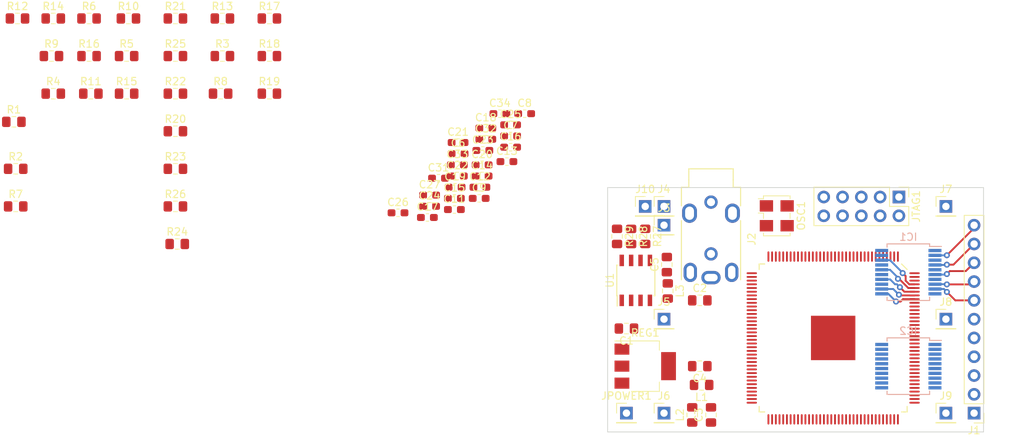
<source format=kicad_pcb>
(kicad_pcb (version 20171130) (host pcbnew "(5.0.0)")
  (layers (0 F.Cu signal) (31 B.Cu signal) (34 B.Paste user) (35 F.Paste user) (36 B.SilkS user) (37 F.SilkS user) (38 B.Mask user) (39 F.Mask user) (44 Edge.Cuts user))
  (net 0 "")
  (net 1 /3V3A)
  (net 2 GND)
  (net 3 /WR)
  (net 4 /IOREQ)
  (net 5 /CAS)
  (net 6 /D0)
  (net 7 /D1)
  (net 8 /D1_3V)
  (net 9 /D0_3V)
  (net 10 "Net-(IC1-Pad13)")
  (net 11 /CAS_3V)
  (net 12 "Net-(IC1-Pad15)")
  (net 13 /IOREQ_3V)
  (net 14 "Net-(IC1-Pad17)")
  (net 15 /WR_3V)
  (net 16 /D2_3V)
  (net 17 /D3_3V)
  (net 18 /D4_3V)
  (net 19 "Net-(IC2-Pad15)")
  (net 20 /D5_3V)
  (net 21 "Net-(IC2-Pad13)")
  (net 22 /D6_3V)
  (net 23 /D7_3V)
  (net 24 /D7)
  (net 25 /D6)
  (net 26 /D5)
  (net 27 /D4)
  (net 28 /D3)
  (net 29 /D2)
  (net 30 /PR)
  (net 31 /PB)
  (net 32 /SCANLINES)
  (net 33 /Y)
  (net 34 /3V3B)
  (net 35 /3V3C)
  (net 36 "Net-(U2-Pad3)")
  (net 37 "Net-(U2-Pad4)")
  (net 38 "Net-(U2-Pad5)")
  (net 39 "Net-(U2-Pad6)")
  (net 40 "Net-(U2-Pad7)")
  (net 41 "Net-(U2-Pad8)")
  (net 42 "Net-(U2-Pad9)")
  (net 43 "Net-(U2-Pad10)")
  (net 44 "Net-(R22-Pad1)")
  (net 45 "Net-(U2-Pad14)")
  (net 46 "Net-(JTAG1-Pad5)")
  (net 47 "Net-(JTAG1-Pad1)")
  (net 48 "Net-(JTAG1-Pad9)")
  (net 49 "Net-(JTAG1-Pad3)")
  (net 50 "Net-(U2-Pad19)")
  (net 51 "Net-(U2-Pad21)")
  (net 52 "Net-(U2-Pad23)")
  (net 53 "Net-(U2-Pad24)")
  (net 54 "Net-(OSC1-Pad3)")
  (net 55 "Net-(U2-Pad26)")
  (net 56 "Net-(U2-Pad27)")
  (net 57 "Net-(U2-Pad28)")
  (net 58 "Net-(U2-Pad33)")
  (net 59 "Net-(U2-Pad39)")
  (net 60 "Net-(U2-Pad40)")
  (net 61 "Net-(U2-Pad41)")
  (net 62 "Net-(U2-Pad42)")
  (net 63 "Net-(U2-Pad44)")
  (net 64 "Net-(R1-Pad1)")
  (net 65 "Net-(R2-Pad1)")
  (net 66 "Net-(R3-Pad1)")
  (net 67 "Net-(R4-Pad1)")
  (net 68 "Net-(R5-Pad1)")
  (net 69 "Net-(R6-Pad1)")
  (net 70 "Net-(R7-Pad1)")
  (net 71 "Net-(R8-Pad1)")
  (net 72 "Net-(U2-Pad54)")
  (net 73 "Net-(U2-Pad55)")
  (net 74 "Net-(R9-Pad1)")
  (net 75 "Net-(R10-Pad1)")
  (net 76 "Net-(R11-Pad1)")
  (net 77 "Net-(U2-Pad62)")
  (net 78 "Net-(R12-Pad1)")
  (net 79 "Net-(R13-Pad1)")
  (net 80 "Net-(R14-Pad1)")
  (net 81 "Net-(U2-Pad68)")
  (net 82 "Net-(R15-Pad1)")
  (net 83 "Net-(R16-Pad1)")
  (net 84 "Net-(U2-Pad74)")
  (net 85 "Net-(U2-Pad75)")
  (net 86 "Net-(U2-Pad76)")
  (net 87 "Net-(U2-Pad77)")
  (net 88 "Net-(U2-Pad81)")
  (net 89 "Net-(U2-Pad87)")
  (net 90 "Net-(U2-Pad88)")
  (net 91 "Net-(U2-Pad89)")
  (net 92 "Net-(U2-Pad90)")
  (net 93 "Net-(U2-Pad91)")
  (net 94 "Net-(U2-Pad92)")
  (net 95 "Net-(U2-Pad98)")
  (net 96 "Net-(U2-Pad100)")
  (net 97 "Net-(U2-Pad103)")
  (net 98 "Net-(R26-Pad2)")
  (net 99 "Net-(U2-Pad125)")
  (net 100 "Net-(U2-Pad126)")
  (net 101 "Net-(U2-Pad127)")
  (net 102 "Net-(U2-Pad128)")
  (net 103 "Net-(U2-Pad129)")
  (net 104 "Net-(U2-Pad130)")
  (net 105 "Net-(R25-Pad2)")
  (net 106 "Net-(U2-Pad134)")
  (net 107 "Net-(R24-Pad2)")
  (net 108 /3V3D)
  (net 109 +5V)
  (net 110 "Net-(JTAG1-Pad6)")
  (net 111 "Net-(JTAG1-Pad7)")
  (net 112 "Net-(JTAG1-Pad8)")
  (net 113 "Net-(R1-Pad2)")
  (net 114 "Net-(R10-Pad2)")
  (net 115 "Net-(R12-Pad2)")
  (net 116 "Net-(R27-Pad2)")
  (net 117 "Net-(R28-Pad2)")
  (net 118 "Net-(R29-Pad2)")
  (net 119 "Net-(U2-Pad105)")
  (net 120 "Net-(U2-Pad106)")
  (net 121 /LINEDOUBLE)
  (net 122 "Net-(U2-Pad78)")
  (net 123 "Net-(U2-Pad79)")
  (net 124 "Net-(U2-Pad80)")
  (net 125 "Net-(U2-Pad84)")
  (net 126 "Net-(U2-Pad85)")
  (net 127 "Net-(U2-Pad86)")
  (net 128 "Net-(U2-Pad94)")
  (net 129 "Net-(U2-Pad95)")
  (net 130 "Net-(U2-Pad97)")
  (net 131 "Net-(U2-Pad99)")
  (net 132 "Net-(U2-Pad101)")
  (module Package_SO:SSOP-20_5.3x7.2mm_P0.65mm (layer B.Cu) (at 218.44 105.41 180)
    (fp_text reference IC1 (at 0 4.75 180) (layer B.SilkS) (effects (justify mirror)))
    (fp_text value LVC245A)
    (pad 1 smd rect (at -3.6 2.925 180) (size 1.75 0.45) (layers B.Cu B.Paste B.Mask) (net 1 /3V3A))
    (pad 2 smd rect (at -3.6 2.275 180) (size 1.75 0.45) (layers B.Cu B.Paste B.Mask) (net 3 /WR))
    (pad 3 smd rect (at -3.6 1.625 180) (size 1.75 0.45) (layers B.Cu B.Paste B.Mask) (net 2 GND))
    (pad 4 smd rect (at -3.6 0.975 180) (size 1.75 0.45) (layers B.Cu B.Paste B.Mask) (net 4 /IOREQ))
    (pad 5 smd rect (at -3.6 0.325 180) (size 1.75 0.45) (layers B.Cu B.Paste B.Mask) (net 2 GND))
    (pad 6 smd rect (at -3.6 -0.325 180) (size 1.75 0.45) (layers B.Cu B.Paste B.Mask) (net 5 /CAS))
    (pad 7 smd rect (at -3.6 -0.975 180) (size 1.75 0.45) (layers B.Cu B.Paste B.Mask) (net 2 GND))
    (pad 8 smd rect (at -3.6 -1.625 180) (size 1.75 0.45) (layers B.Cu B.Paste B.Mask) (net 6 /D0))
    (pad 9 smd rect (at -3.6 -2.275 180) (size 1.75 0.45) (layers B.Cu B.Paste B.Mask) (net 7 /D1))
    (pad 10 smd rect (at -3.6 -2.925 180) (size 1.75 0.45) (layers B.Cu B.Paste B.Mask) (net 2 GND))
    (pad 11 smd rect (at 3.6 -2.925 180) (size 1.75 0.45) (layers B.Cu B.Paste B.Mask) (net 8 /D1_3V))
    (pad 12 smd rect (at 3.6 -2.275 180) (size 1.75 0.45) (layers B.Cu B.Paste B.Mask) (net 9 /D0_3V))
    (pad 13 smd rect (at 3.6 -1.625 180) (size 1.75 0.45) (layers B.Cu B.Paste B.Mask) (net 10 "Net-(IC1-Pad13)"))
    (pad 14 smd rect (at 3.6 -0.975 180) (size 1.75 0.45) (layers B.Cu B.Paste B.Mask) (net 11 /CAS_3V))
    (pad 15 smd rect (at 3.6 -0.325 180) (size 1.75 0.45) (layers B.Cu B.Paste B.Mask) (net 12 "Net-(IC1-Pad15)"))
    (pad 16 smd rect (at 3.6 0.325 180) (size 1.75 0.45) (layers B.Cu B.Paste B.Mask) (net 13 /IOREQ_3V))
    (pad 17 smd rect (at 3.6 0.975 180) (size 1.75 0.45) (layers B.Cu B.Paste B.Mask) (net 14 "Net-(IC1-Pad17)"))
    (pad 18 smd rect (at 3.6 1.625 180) (size 1.75 0.45) (layers B.Cu B.Paste B.Mask) (net 15 /WR_3V))
    (pad 19 smd rect (at 3.6 2.275 180) (size 1.75 0.45) (layers B.Cu B.Paste B.Mask) (net 2 GND))
    (pad 20 smd rect (at 3.6 2.925 180) (size 1.75 0.45) (layers B.Cu B.Paste B.Mask) (net 1 /3V3A))
  )
  (module Package_SO:SSOP-20_5.3x7.2mm_P0.65mm (layer B.Cu) (at 218.44 118.11 180)
    (fp_text reference IC2 (at 0 4.75 180) (layer B.SilkS) (effects (justify mirror)))
    (fp_text value LVC245A)
    (pad 20 smd rect (at 3.6 2.925 180) (size 1.75 0.45) (layers B.Cu B.Paste B.Mask) (net 1 /3V3A))
    (pad 19 smd rect (at 3.6 2.275 180) (size 1.75 0.45) (layers B.Cu B.Paste B.Mask) (net 2 GND))
    (pad 18 smd rect (at 3.6 1.625 180) (size 1.75 0.45) (layers B.Cu B.Paste B.Mask) (net 16 /D2_3V))
    (pad 17 smd rect (at 3.6 0.975 180) (size 1.75 0.45) (layers B.Cu B.Paste B.Mask) (net 17 /D3_3V))
    (pad 16 smd rect (at 3.6 0.325 180) (size 1.75 0.45) (layers B.Cu B.Paste B.Mask) (net 18 /D4_3V))
    (pad 15 smd rect (at 3.6 -0.325 180) (size 1.75 0.45) (layers B.Cu B.Paste B.Mask) (net 19 "Net-(IC2-Pad15)"))
    (pad 14 smd rect (at 3.6 -0.975 180) (size 1.75 0.45) (layers B.Cu B.Paste B.Mask) (net 20 /D5_3V))
    (pad 13 smd rect (at 3.6 -1.625 180) (size 1.75 0.45) (layers B.Cu B.Paste B.Mask) (net 21 "Net-(IC2-Pad13)"))
    (pad 12 smd rect (at 3.6 -2.275 180) (size 1.75 0.45) (layers B.Cu B.Paste B.Mask) (net 22 /D6_3V))
    (pad 11 smd rect (at 3.6 -2.925 180) (size 1.75 0.45) (layers B.Cu B.Paste B.Mask) (net 23 /D7_3V))
    (pad 10 smd rect (at -3.6 -2.925 180) (size 1.75 0.45) (layers B.Cu B.Paste B.Mask) (net 2 GND))
    (pad 9 smd rect (at -3.6 -2.275 180) (size 1.75 0.45) (layers B.Cu B.Paste B.Mask) (net 24 /D7))
    (pad 8 smd rect (at -3.6 -1.625 180) (size 1.75 0.45) (layers B.Cu B.Paste B.Mask) (net 25 /D6))
    (pad 7 smd rect (at -3.6 -0.975 180) (size 1.75 0.45) (layers B.Cu B.Paste B.Mask) (net 2 GND))
    (pad 6 smd rect (at -3.6 -0.325 180) (size 1.75 0.45) (layers B.Cu B.Paste B.Mask) (net 26 /D5))
    (pad 5 smd rect (at -3.6 0.325 180) (size 1.75 0.45) (layers B.Cu B.Paste B.Mask) (net 2 GND))
    (pad 4 smd rect (at -3.6 0.975 180) (size 1.75 0.45) (layers B.Cu B.Paste B.Mask) (net 27 /D4))
    (pad 3 smd rect (at -3.6 1.625 180) (size 1.75 0.45) (layers B.Cu B.Paste B.Mask) (net 28 /D3))
    (pad 2 smd rect (at -3.6 2.275 180) (size 1.75 0.45) (layers B.Cu B.Paste B.Mask) (net 29 /D2))
    (pad 1 smd rect (at -3.6 2.925 180) (size 1.75 0.45) (layers B.Cu B.Paste B.Mask) (net 1 /3V3A))
  )
  (module Connector_PinHeader_2.54mm:PinHeader_1x11_P2.54mm_Vertical (layer F.Cu) (at 227.33 124.46 180)
    (fp_text reference J1 (at 0 -2.33 180) (layer F.SilkS))
    (fp_text value Conn_01x11_Male)
    (pad 1 thru_hole rect (at 0 0 180) (size 1.7 1.7) (drill 1) (layers *.Cu *.Mask) (net 24 /D7))
    (pad 2 thru_hole oval (at 0 2.54 180) (size 1.7 1.7) (drill 1) (layers *.Cu *.Mask) (net 25 /D6))
    (pad 3 thru_hole oval (at 0 5.08 180) (size 1.7 1.7) (drill 1) (layers *.Cu *.Mask) (net 26 /D5))
    (pad 4 thru_hole oval (at 0 7.62 180) (size 1.7 1.7) (drill 1) (layers *.Cu *.Mask) (net 27 /D4))
    (pad 5 thru_hole oval (at 0 10.16 180) (size 1.7 1.7) (drill 1) (layers *.Cu *.Mask) (net 28 /D3))
    (pad 6 thru_hole oval (at 0 12.7 180) (size 1.7 1.7) (drill 1) (layers *.Cu *.Mask) (net 29 /D2))
    (pad 7 thru_hole oval (at 0 15.24 180) (size 1.7 1.7) (drill 1) (layers *.Cu *.Mask) (net 7 /D1))
    (pad 8 thru_hole oval (at 0 17.78 180) (size 1.7 1.7) (drill 1) (layers *.Cu *.Mask) (net 6 /D0))
    (pad 9 thru_hole oval (at 0 20.32 180) (size 1.7 1.7) (drill 1) (layers *.Cu *.Mask) (net 5 /CAS))
    (pad 10 thru_hole oval (at 0 22.86 180) (size 1.7 1.7) (drill 1) (layers *.Cu *.Mask) (net 4 /IOREQ))
    (pad 11 thru_hole oval (at 0 25.4 180) (size 1.7 1.7) (drill 1) (layers *.Cu *.Mask) (net 3 /WR))
  )
  (module "footprints:Conrad 4pin audio jack" (layer F.Cu) (at 191.77 91.44 270)
    (fp_text reference J2 (at 9.5 -5.5 270) (layer F.SilkS))
    (fp_text value AudioJack4_Ground)
    (pad "" thru_hole circle (at 4.5 0 270) (size 1.8 1.8) (drill 1.1) (layers *.Cu *.Mask))
    (pad "" thru_hole circle (at 11.5 0 270) (size 1.8 1.8) (drill 1.1) (layers *.Cu *.Mask))
    (pad S thru_hole oval (at 14.7 0 270) (size 1.8 2.6) (drill oval 1 1.8) (layers *.Cu *.Mask) (net 2 GND))
    (pad R2 thru_hole oval (at 14 -2.8 270) (size 2.6 1.8) (drill oval 1.8 1) (layers *.Cu *.Mask) (net 30 /PR))
    (pad R1 thru_hole oval (at 14 2.8 270) (size 2.6 1.8) (drill oval 1.8 1) (layers *.Cu *.Mask) (net 31 /PB))
    (pad T thru_hole oval (at 6 2.9 270) (size 2.6 2) (drill oval 1.8 1.2) (layers *.Cu *.Mask) (net 33 /Y))
    (pad T thru_hole oval (at 6 -2.9 270) (size 2.6 2) (drill oval 1.8 1.2) (layers *.Cu *.Mask) (net 33 /Y))
  )
  (module Connector_PinHeader_2.54mm:PinHeader_1x01_P2.54mm_Vertical (layer F.Cu) (at 185.42 111.76)
    (fp_text reference J5 (at 0 -2.33) (layer F.SilkS))
    (fp_text value Conn_01x01_Male)
    (pad 1 thru_hole rect (at 0 0) (size 1.7 1.7) (drill 1) (layers *.Cu *.Mask) (net 2 GND))
  )
  (module Connector_PinHeader_2.54mm:PinHeader_1x01_P2.54mm_Vertical (layer F.Cu) (at 185.42 124.46)
    (fp_text reference J6 (at 0 -2.33) (layer F.SilkS))
    (fp_text value Conn_01x01_Male)
    (pad 1 thru_hole rect (at 0 0) (size 1.7 1.7) (drill 1) (layers *.Cu *.Mask) (net 2 GND))
  )
  (module Connector_PinHeader_2.54mm:PinHeader_1x01_P2.54mm_Vertical (layer F.Cu) (at 223.52 111.76)
    (fp_text reference J8 (at 0 -2.33) (layer F.SilkS))
    (fp_text value Conn_01x01_Male)
    (pad 1 thru_hole rect (at 0 0) (size 1.7 1.7) (drill 1) (layers *.Cu *.Mask) (net 2 GND))
  )
  (module Connector_PinHeader_2.54mm:PinHeader_1x01_P2.54mm_Vertical (layer F.Cu) (at 223.52 124.46)
    (fp_text reference J9 (at 0 -2.33) (layer F.SilkS))
    (fp_text value Conn_01x01_Male)
    (pad 1 thru_hole rect (at 0 0) (size 1.7 1.7) (drill 1) (layers *.Cu *.Mask) (net 2 GND))
  )
  (module Connector_PinHeader_2.54mm:PinHeader_1x01_P2.54mm_Vertical (layer F.Cu) (at 180.34 124.46)
    (fp_text reference JPOWER1 (at 0 -2.33) (layer F.SilkS))
    (fp_text value Conn_01x01_Male)
    (pad 1 thru_hole rect (at 0 0) (size 1.7 1.7) (drill 1) (layers *.Cu *.Mask) (net 109 +5V))
  )
  (module Connector_PinHeader_2.54mm:PinHeader_2x05_P2.54mm_Vertical (layer F.Cu) (at 217.17 95.25 270)
    (fp_text reference JTAG1 (at 1.27 -2.33 270) (layer F.SilkS))
    (fp_text value CONN_02X05)
    (pad 1 thru_hole rect (at 0 0 270) (size 1.7 1.7) (drill 1) (layers *.Cu *.Mask) (net 47 "Net-(JTAG1-Pad1)"))
    (pad 2 thru_hole oval (at 2.54 0 270) (size 1.7 1.7) (drill 1) (layers *.Cu *.Mask) (net 2 GND))
    (pad 3 thru_hole oval (at 0 2.54 270) (size 1.7 1.7) (drill 1) (layers *.Cu *.Mask) (net 49 "Net-(JTAG1-Pad3)"))
    (pad 4 thru_hole oval (at 2.54 2.54 270) (size 1.7 1.7) (drill 1) (layers *.Cu *.Mask) (net 1 /3V3A))
    (pad 5 thru_hole oval (at 0 5.08 270) (size 1.7 1.7) (drill 1) (layers *.Cu *.Mask) (net 46 "Net-(JTAG1-Pad5)"))
    (pad 6 thru_hole oval (at 2.54 5.08 270) (size 1.7 1.7) (drill 1) (layers *.Cu *.Mask) (net 110 "Net-(JTAG1-Pad6)"))
    (pad 7 thru_hole oval (at 0 7.62 270) (size 1.7 1.7) (drill 1) (layers *.Cu *.Mask) (net 111 "Net-(JTAG1-Pad7)"))
    (pad 8 thru_hole oval (at 2.54 7.62 270) (size 1.7 1.7) (drill 1) (layers *.Cu *.Mask) (net 112 "Net-(JTAG1-Pad8)"))
    (pad 9 thru_hole oval (at 0 10.16 270) (size 1.7 1.7) (drill 1) (layers *.Cu *.Mask) (net 48 "Net-(JTAG1-Pad9)"))
    (pad 10 thru_hole oval (at 2.54 10.16 270) (size 1.7 1.7) (drill 1) (layers *.Cu *.Mask) (net 2 GND))
  )
  (module Package_TO_SOT_SMD:SOT-223 (layer F.Cu) (at 182.88 118.11)
    (fp_text reference REG1 (at 0 -4.5) (layer F.SilkS))
    (fp_text value LM1117IMPX-3.3)
    (pad 4 smd rect (at 3.15 0) (size 2 3.8) (layers F.Cu F.Paste F.Mask) (net 1 /3V3A))
    (pad 2 smd rect (at -3.15 0) (size 2 1.5) (layers F.Cu F.Paste F.Mask) (net 1 /3V3A))
    (pad 3 smd rect (at -3.15 2.3) (size 2 1.5) (layers F.Cu F.Paste F.Mask) (net 109 +5V))
    (pad 1 smd rect (at -3.15 -2.3) (size 2 1.5) (layers F.Cu F.Paste F.Mask) (net 2 GND))
  )
  (module Package_SO:SOIC-8_3.9x4.9mm_P1.27mm (layer F.Cu) (at 181.61 106.52 90)
    (fp_text reference U1 (at 0 -3.5 90) (layer F.SilkS))
    (fp_text value THS7316)
    (pad 1 smd rect (at -2.7 -1.905 90) (size 1.55 0.6) (layers F.Cu F.Paste F.Mask) (net 113 "Net-(R1-Pad2)"))
    (pad 2 smd rect (at -2.7 -0.635 90) (size 1.55 0.6) (layers F.Cu F.Paste F.Mask) (net 114 "Net-(R10-Pad2)"))
    (pad 3 smd rect (at -2.7 0.635 90) (size 1.55 0.6) (layers F.Cu F.Paste F.Mask) (net 115 "Net-(R12-Pad2)"))
    (pad 4 smd rect (at -2.7 1.905 90) (size 1.55 0.6) (layers F.Cu F.Paste F.Mask) (net 108 /3V3D))
    (pad 5 smd rect (at 2.7 1.905 90) (size 1.55 0.6) (layers F.Cu F.Paste F.Mask) (net 2 GND))
    (pad 6 smd rect (at 2.7 0.635 90) (size 1.55 0.6) (layers F.Cu F.Paste F.Mask) (net 116 "Net-(R27-Pad2)"))
    (pad 7 smd rect (at 2.7 -0.635 90) (size 1.55 0.6) (layers F.Cu F.Paste F.Mask) (net 117 "Net-(R28-Pad2)"))
    (pad 8 smd rect (at 2.7 -1.905 90) (size 1.55 0.6) (layers F.Cu F.Paste F.Mask) (net 118 "Net-(R29-Pad2)"))
  )
  (module footprints:QFP_144_GND (layer F.Cu) (at 208.28 114.3 270)
    (fp_text reference U2 hide)
    (fp_text value 10M02SCE144 hide)
    (pad 1 smd oval (at -11 -8.75) (size 0.25 1.4) (layers F.Cu F.Paste F.Mask) (net 34 /3V3B))
    (pad 2 smd oval (at -11 -8.25) (size 0.25 1.4) (layers F.Cu F.Paste F.Mask) (net 35 /3V3C))
    (pad 3 smd oval (at -11 -7.75) (size 0.25 1.4) (layers F.Cu F.Paste F.Mask) (net 36 "Net-(U2-Pad3)"))
    (pad 4 smd oval (at -11 -7.25) (size 0.25 1.4) (layers F.Cu F.Paste F.Mask) (net 37 "Net-(U2-Pad4)"))
    (pad 5 smd oval (at -11 -6.75) (size 0.25 1.4) (layers F.Cu F.Paste F.Mask) (net 38 "Net-(U2-Pad5)"))
    (pad 6 smd oval (at -11 -6.25) (size 0.25 1.4) (layers F.Cu F.Paste F.Mask) (net 39 "Net-(U2-Pad6)"))
    (pad 7 smd oval (at -11 -5.75) (size 0.25 1.4) (layers F.Cu F.Paste F.Mask) (net 40 "Net-(U2-Pad7)"))
    (pad 8 smd oval (at -11 -5.25) (size 0.25 1.4) (layers F.Cu F.Paste F.Mask) (net 41 "Net-(U2-Pad8)"))
    (pad 9 smd oval (at -11 -4.75) (size 0.25 1.4) (layers F.Cu F.Paste F.Mask) (net 42 "Net-(U2-Pad9)"))
    (pad 10 smd oval (at -11 -4.25) (size 0.25 1.4) (layers F.Cu F.Paste F.Mask) (net 43 "Net-(U2-Pad10)"))
    (pad 11 smd oval (at -11 -3.75) (size 0.25 1.4) (layers F.Cu F.Paste F.Mask) (net 2 GND))
    (pad 12 smd oval (at -11 -3.25) (size 0.25 1.4) (layers F.Cu F.Paste F.Mask) (net 34 /3V3B))
    (pad 13 smd oval (at -11 -2.75) (size 0.25 1.4) (layers F.Cu F.Paste F.Mask) (net 44 "Net-(R22-Pad1)"))
    (pad 14 smd oval (at -11 -2.25) (size 0.25 1.4) (layers F.Cu F.Paste F.Mask) (net 45 "Net-(U2-Pad14)"))
    (pad 15 smd oval (at -11 -1.75) (size 0.25 1.4) (layers F.Cu F.Paste F.Mask) (net 46 "Net-(JTAG1-Pad5)"))
    (pad 16 smd oval (at -11 -1.25) (size 0.25 1.4) (layers F.Cu F.Paste F.Mask) (net 47 "Net-(JTAG1-Pad1)"))
    (pad 17 smd oval (at -11 -0.75) (size 0.25 1.4) (layers F.Cu F.Paste F.Mask) (net 48 "Net-(JTAG1-Pad9)"))
    (pad 18 smd oval (at -11 -0.25) (size 0.25 1.4) (layers F.Cu F.Paste F.Mask) (net 49 "Net-(JTAG1-Pad3)"))
    (pad 19 smd oval (at -11 0.25) (size 0.25 1.4) (layers F.Cu F.Paste F.Mask) (net 50 "Net-(U2-Pad19)"))
    (pad 20 smd oval (at -11 0.75) (size 0.25 1.4) (layers F.Cu F.Paste F.Mask) (net 2 GND))
    (pad 21 smd oval (at -11 1.25) (size 0.25 1.4) (layers F.Cu F.Paste F.Mask) (net 51 "Net-(U2-Pad21)"))
    (pad 22 smd oval (at -11 1.75) (size 0.25 1.4) (layers F.Cu F.Paste F.Mask) (net 34 /3V3B))
    (pad 23 smd oval (at -11 2.25) (size 0.25 1.4) (layers F.Cu F.Paste F.Mask) (net 52 "Net-(U2-Pad23)"))
    (pad 24 smd oval (at -11 2.75) (size 0.25 1.4) (layers F.Cu F.Paste F.Mask) (net 53 "Net-(U2-Pad24)"))
    (pad 25 smd oval (at -11 3.25) (size 0.25 1.4) (layers F.Cu F.Paste F.Mask) (net 54 "Net-(OSC1-Pad3)"))
    (pad 26 smd oval (at -11 3.75) (size 0.25 1.4) (layers F.Cu F.Paste F.Mask) (net 55 "Net-(U2-Pad26)"))
    (pad 27 smd oval (at -11 4.25) (size 0.25 1.4) (layers F.Cu F.Paste F.Mask) (net 56 "Net-(U2-Pad27)"))
    (pad 28 smd oval (at -11 4.75) (size 0.25 1.4) (layers F.Cu F.Paste F.Mask) (net 57 "Net-(U2-Pad28)"))
    (pad 29 smd oval (at -11 5.25) (size 0.25 1.4) (layers F.Cu F.Paste F.Mask) (net 34 /3V3B))
    (pad 30 smd oval (at -11 5.75) (size 0.25 1.4) (layers F.Cu F.Paste F.Mask) (net 2 GND))
    (pad 31 smd oval (at -11 6.25) (size 0.25 1.4) (layers F.Cu F.Paste F.Mask) (net 121 /LINEDOUBLE))
    (pad 32 smd oval (at -11 6.75) (size 0.25 1.4) (layers F.Cu F.Paste F.Mask) (net 32 /SCANLINES))
    (pad 33 smd oval (at -11 7.25) (size 0.25 1.4) (layers F.Cu F.Paste F.Mask) (net 58 "Net-(U2-Pad33)"))
    (pad 34 smd oval (at -11 7.75) (size 0.25 1.4) (layers F.Cu F.Paste F.Mask) (net 35 /3V3C))
    (pad 35 smd oval (at -11 8.25) (size 0.25 1.4) (layers F.Cu F.Paste F.Mask) (net 35 /3V3C))
    (pad 36 smd oval (at -11 8.75) (size 0.25 1.4) (layers F.Cu F.Paste F.Mask) (net 34 /3V3B))
    (pad 37 smd oval (at -8.75 11 270) (size 0.25 1.4) (layers F.Cu F.Paste F.Mask) (net 34 /3V3B))
    (pad 38 smd oval (at -8.25 11 270) (size 0.25 1.4) (layers F.Cu F.Paste F.Mask) (net 2 GND))
    (pad 39 smd oval (at -7.75 11 270) (size 0.25 1.4) (layers F.Cu F.Paste F.Mask) (net 59 "Net-(U2-Pad39)"))
    (pad 40 smd oval (at -7.25 11 270) (size 0.25 1.4) (layers F.Cu F.Paste F.Mask) (net 60 "Net-(U2-Pad40)"))
    (pad 41 smd oval (at -6.75 11 270) (size 0.25 1.4) (layers F.Cu F.Paste F.Mask) (net 61 "Net-(U2-Pad41)"))
    (pad 42 smd oval (at -6.25 11 270) (size 0.25 1.4) (layers F.Cu F.Paste F.Mask) (net 62 "Net-(U2-Pad42)"))
    (pad 43 smd oval (at -5.75 11 270) (size 0.25 1.4) (layers F.Cu F.Paste F.Mask) (net 34 /3V3B))
    (pad 44 smd oval (at -5.25 11 270) (size 0.25 1.4) (layers F.Cu F.Paste F.Mask) (net 63 "Net-(U2-Pad44)"))
    (pad 45 smd oval (at -4.75 11 270) (size 0.25 1.4) (layers F.Cu F.Paste F.Mask) (net 2 GND))
    (pad 46 smd oval (at -4.25 11 270) (size 0.25 1.4) (layers F.Cu F.Paste F.Mask) (net 64 "Net-(R1-Pad1)"))
    (pad 47 smd oval (at -3.75 11 270) (size 0.25 1.4) (layers F.Cu F.Paste F.Mask) (net 65 "Net-(R2-Pad1)"))
    (pad 48 smd oval (at -3.25 11 270) (size 0.25 1.4) (layers F.Cu F.Paste F.Mask) (net 66 "Net-(R3-Pad1)"))
    (pad 49 smd oval (at -2.75 11 270) (size 0.25 1.4) (layers F.Cu F.Paste F.Mask) (net 67 "Net-(R4-Pad1)"))
    (pad 50 smd oval (at -2.25 11 270) (size 0.25 1.4) (layers F.Cu F.Paste F.Mask) (net 68 "Net-(R5-Pad1)"))
    (pad 51 smd oval (at -1.75 11 270) (size 0.25 1.4) (layers F.Cu F.Paste F.Mask) (net 69 "Net-(R6-Pad1)"))
    (pad 52 smd oval (at -1.25 11 270) (size 0.25 1.4) (layers F.Cu F.Paste F.Mask) (net 70 "Net-(R7-Pad1)"))
    (pad 53 smd oval (at -0.75 11 270) (size 0.25 1.4) (layers F.Cu F.Paste F.Mask) (net 71 "Net-(R8-Pad1)"))
    (pad 54 smd oval (at -0.25 11 270) (size 0.25 1.4) (layers F.Cu F.Paste F.Mask) (net 72 "Net-(U2-Pad54)"))
    (pad 55 smd oval (at 0.25 11 270) (size 0.25 1.4) (layers F.Cu F.Paste F.Mask) (net 73 "Net-(U2-Pad55)"))
    (pad 56 smd oval (at 0.75 11 270) (size 0.25 1.4) (layers F.Cu F.Paste F.Mask) (net 34 /3V3B))
    (pad 57 smd oval (at 1.25 11 270) (size 0.25 1.4) (layers F.Cu F.Paste F.Mask) (net 2 GND))
    (pad 58 smd oval (at 1.75 11 270) (size 0.25 1.4) (layers F.Cu F.Paste F.Mask) (net 34 /3V3B))
    (pad 59 smd oval (at 2.25 11 270) (size 0.25 1.4) (layers F.Cu F.Paste F.Mask) (net 74 "Net-(R9-Pad1)"))
    (pad 60 smd oval (at 2.75 11 270) (size 0.25 1.4) (layers F.Cu F.Paste F.Mask) (net 75 "Net-(R10-Pad1)"))
    (pad 61 smd oval (at 3.25 11 270) (size 0.25 1.4) (layers F.Cu F.Paste F.Mask) (net 76 "Net-(R11-Pad1)"))
    (pad 62 smd oval (at 3.75 11 270) (size 0.25 1.4) (layers F.Cu F.Paste F.Mask) (net 77 "Net-(U2-Pad62)"))
    (pad 63 smd oval (at 4.25 11 270) (size 0.25 1.4) (layers F.Cu F.Paste F.Mask) (net 78 "Net-(R12-Pad1)"))
    (pad 64 smd oval (at 4.75 11 270) (size 0.25 1.4) (layers F.Cu F.Paste F.Mask) (net 34 /3V3B))
    (pad 65 smd oval (at 5.25 11 270) (size 0.25 1.4) (layers F.Cu F.Paste F.Mask) (net 79 "Net-(R13-Pad1)"))
    (pad 66 smd oval (at 5.75 11 270) (size 0.25 1.4) (layers F.Cu F.Paste F.Mask) (net 2 GND))
    (pad 67 smd oval (at 6.25 11 270) (size 0.25 1.4) (layers F.Cu F.Paste F.Mask) (net 80 "Net-(R14-Pad1)"))
    (pad 68 smd oval (at 6.75 11 270) (size 0.25 1.4) (layers F.Cu F.Paste F.Mask) (net 81 "Net-(U2-Pad68)"))
    (pad 69 smd oval (at 7.25 11 270) (size 0.25 1.4) (layers F.Cu F.Paste F.Mask) (net 82 "Net-(R15-Pad1)"))
    (pad 70 smd oval (at 7.75 11 270) (size 0.25 1.4) (layers F.Cu F.Paste F.Mask) (net 83 "Net-(R16-Pad1)"))
    (pad 71 smd oval (at 8.25 11 270) (size 0.25 1.4) (layers F.Cu F.Paste F.Mask) (net 35 /3V3C))
    (pad 72 smd oval (at 8.75 11 270) (size 0.25 1.4) (layers F.Cu F.Paste F.Mask) (net 34 /3V3B))
    (pad 73 smd oval (at 11 8.75) (size 0.25 1.4) (layers F.Cu F.Paste F.Mask) (net 34 /3V3B))
    (pad 74 smd oval (at 11 8.25) (size 0.25 1.4) (layers F.Cu F.Paste F.Mask) (net 84 "Net-(U2-Pad74)"))
    (pad 75 smd oval (at 11 7.75) (size 0.25 1.4) (layers F.Cu F.Paste F.Mask) (net 85 "Net-(U2-Pad75)"))
    (pad 76 smd oval (at 11 7.25) (size 0.25 1.4) (layers F.Cu F.Paste F.Mask) (net 86 "Net-(U2-Pad76)"))
    (pad 77 smd oval (at 11 6.75) (size 0.25 1.4) (layers F.Cu F.Paste F.Mask) (net 87 "Net-(U2-Pad77)"))
    (pad 78 smd oval (at 11 6.25) (size 0.25 1.4) (layers F.Cu F.Paste F.Mask) (net 122 "Net-(U2-Pad78)"))
    (pad 79 smd oval (at 11 5.75) (size 0.25 1.4) (layers F.Cu F.Paste F.Mask) (net 123 "Net-(U2-Pad79)"))
    (pad 80 smd oval (at 11 5.25) (size 0.25 1.4) (layers F.Cu F.Paste F.Mask) (net 124 "Net-(U2-Pad80)"))
    (pad 81 smd oval (at 11 4.75) (size 0.25 1.4) (layers F.Cu F.Paste F.Mask) (net 88 "Net-(U2-Pad81)"))
    (pad 82 smd oval (at 11 4.25) (size 0.25 1.4) (layers F.Cu F.Paste F.Mask) (net 34 /3V3B))
    (pad 83 smd oval (at 11 3.75) (size 0.25 1.4) (layers F.Cu F.Paste F.Mask) (net 2 GND))
    (pad 84 smd oval (at 11 3.25) (size 0.25 1.4) (layers F.Cu F.Paste F.Mask) (net 125 "Net-(U2-Pad84)"))
    (pad 85 smd oval (at 11 2.75) (size 0.25 1.4) (layers F.Cu F.Paste F.Mask) (net 126 "Net-(U2-Pad85)"))
    (pad 86 smd oval (at 11 2.25) (size 0.25 1.4) (layers F.Cu F.Paste F.Mask) (net 127 "Net-(U2-Pad86)"))
    (pad 87 smd oval (at 11 1.75) (size 0.25 1.4) (layers F.Cu F.Paste F.Mask) (net 89 "Net-(U2-Pad87)"))
    (pad 88 smd oval (at 11 1.25) (size 0.25 1.4) (layers F.Cu F.Paste F.Mask) (net 90 "Net-(U2-Pad88)"))
    (pad 89 smd oval (at 11 0.75) (size 0.25 1.4) (layers F.Cu F.Paste F.Mask) (net 91 "Net-(U2-Pad89)"))
    (pad 90 smd oval (at 11 0.25) (size 0.25 1.4) (layers F.Cu F.Paste F.Mask) (net 92 "Net-(U2-Pad90)"))
    (pad 91 smd oval (at 11 -0.25) (size 0.25 1.4) (layers F.Cu F.Paste F.Mask) (net 93 "Net-(U2-Pad91)"))
    (pad 92 smd oval (at 11 -0.75) (size 0.25 1.4) (layers F.Cu F.Paste F.Mask) (net 94 "Net-(U2-Pad92)"))
    (pad 93 smd oval (at 11 -1.25) (size 0.25 1.4) (layers F.Cu F.Paste F.Mask) (net 34 /3V3B))
    (pad 94 smd oval (at 11 -1.75) (size 0.25 1.4) (layers F.Cu F.Paste F.Mask) (net 128 "Net-(U2-Pad94)"))
    (pad 95 smd oval (at 11 -2.25) (size 0.25 1.4) (layers F.Cu F.Paste F.Mask) (net 129 "Net-(U2-Pad95)"))
    (pad 96 smd oval (at 11 -2.75) (size 0.25 1.4) (layers F.Cu F.Paste F.Mask) (net 2 GND))
    (pad 97 smd oval (at 11 -3.25) (size 0.25 1.4) (layers F.Cu F.Paste F.Mask) (net 130 "Net-(U2-Pad97)"))
    (pad 98 smd oval (at 11 -3.75) (size 0.25 1.4) (layers F.Cu F.Paste F.Mask) (net 95 "Net-(U2-Pad98)"))
    (pad 99 smd oval (at 11 -4.25) (size 0.25 1.4) (layers F.Cu F.Paste F.Mask) (net 131 "Net-(U2-Pad99)"))
    (pad 100 smd oval (at 11 -4.75) (size 0.25 1.4) (layers F.Cu F.Paste F.Mask) (net 96 "Net-(U2-Pad100)"))
    (pad 101 smd oval (at 11 -5.25) (size 0.25 1.4) (layers F.Cu F.Paste F.Mask) (net 132 "Net-(U2-Pad101)"))
    (pad 102 smd oval (at 11 -5.75) (size 0.25 1.4) (layers F.Cu F.Paste F.Mask) (net 34 /3V3B))
    (pad 103 smd oval (at 11 -6.25) (size 0.25 1.4) (layers F.Cu F.Paste F.Mask) (net 97 "Net-(U2-Pad103)"))
    (pad 104 smd oval (at 11 -6.75) (size 0.25 1.4) (layers F.Cu F.Paste F.Mask) (net 2 GND))
    (pad 105 smd oval (at 11 -7.25) (size 0.25 1.4) (layers F.Cu F.Paste F.Mask) (net 119 "Net-(U2-Pad105)"))
    (pad 106 smd oval (at 11 -7.75) (size 0.25 1.4) (layers F.Cu F.Paste F.Mask) (net 120 "Net-(U2-Pad106)"))
    (pad 107 smd oval (at 11 -8.25) (size 0.25 1.4) (layers F.Cu F.Paste F.Mask) (net 35 /3V3C))
    (pad 108 smd oval (at 11 -8.75) (size 0.25 1.4) (layers F.Cu F.Paste F.Mask) (net 34 /3V3B))
    (pad 109 smd oval (at 8.75 -11 270) (size 0.25 1.4) (layers F.Cu F.Paste F.Mask) (net 34 /3V3B))
    (pad 110 smd oval (at 8.25 -11 270) (size 0.25 1.4) (layers F.Cu F.Paste F.Mask) (net 2 GND))
    (pad 111 smd oval (at 7.75 -11 270) (size 0.25 1.4) (layers F.Cu F.Paste F.Mask) (net 34 /3V3B))
    (pad 112 smd oval (at 7.25 -11 270) (size 0.25 1.4) (layers F.Cu F.Paste F.Mask) (net 23 /D7_3V))
    (pad 113 smd oval (at 6.75 -11 270) (size 0.25 1.4) (layers F.Cu F.Paste F.Mask) (net 34 /3V3B))
    (pad 114 smd oval (at 6.25 -11 270) (size 0.25 1.4) (layers F.Cu F.Paste F.Mask) (net 22 /D6_3V))
    (pad 115 smd oval (at 5.75 -11 270) (size 0.25 1.4) (layers F.Cu F.Paste F.Mask) (net 34 /3V3B))
    (pad 116 smd oval (at 5.25 -11 270) (size 0.25 1.4) (layers F.Cu F.Paste F.Mask) (net 20 /D5_3V))
    (pad 117 smd oval (at 4.75 -11 270) (size 0.25 1.4) (layers F.Cu F.Paste F.Mask) (net 18 /D4_3V))
    (pad 118 smd oval (at 4.25 -11 270) (size 0.25 1.4) (layers F.Cu F.Paste F.Mask) (net 34 /3V3B))
    (pad 119 smd oval (at 3.75 -11 270) (size 0.25 1.4) (layers F.Cu F.Paste F.Mask) (net 2 GND))
    (pad 120 smd oval (at 3.25 -11 270) (size 0.25 1.4) (layers F.Cu F.Paste F.Mask) (net 98 "Net-(R26-Pad2)"))
    (pad 121 smd oval (at 2.75 -11 270) (size 0.25 1.4) (layers F.Cu F.Paste F.Mask) (net 34 /3V3B))
    (pad 122 smd oval (at 2.25 -11 270) (size 0.25 1.4) (layers F.Cu F.Paste F.Mask) (net 34 /3V3B))
    (pad 123 smd oval (at 1.75 -11 270) (size 0.25 1.4) (layers F.Cu F.Paste F.Mask) (net 17 /D3_3V))
    (pad 124 smd oval (at 1.25 -11 270) (size 0.25 1.4) (layers F.Cu F.Paste F.Mask) (net 16 /D2_3V))
    (pad 125 smd oval (at 0.75 -11 270) (size 0.25 1.4) (layers F.Cu F.Paste F.Mask) (net 99 "Net-(U2-Pad125)"))
    (pad 126 smd oval (at 0.25 -11 270) (size 0.25 1.4) (layers F.Cu F.Paste F.Mask) (net 100 "Net-(U2-Pad126)"))
    (pad 127 smd oval (at -0.25 -11 270) (size 0.25 1.4) (layers F.Cu F.Paste F.Mask) (net 101 "Net-(U2-Pad127)"))
    (pad 128 smd oval (at -0.75 -11 270) (size 0.25 1.4) (layers F.Cu F.Paste F.Mask) (net 102 "Net-(U2-Pad128)"))
    (pad 129 smd oval (at -1.25 -11 270) (size 0.25 1.4) (layers F.Cu F.Paste F.Mask) (net 103 "Net-(U2-Pad129)"))
    (pad 130 smd oval (at -1.75 -11 270) (size 0.25 1.4) (layers F.Cu F.Paste F.Mask) (net 104 "Net-(U2-Pad130)"))
    (pad 131 smd oval (at -2.25 -11 270) (size 0.25 1.4) (layers F.Cu F.Paste F.Mask) (net 105 "Net-(R25-Pad2)"))
    (pad 132 smd oval (at -2.75 -11 270) (size 0.25 1.4) (layers F.Cu F.Paste F.Mask) (net 34 /3V3B))
    (pad 133 smd oval (at -3.25 -11 270) (size 0.25 1.4) (layers F.Cu F.Paste F.Mask) (net 2 GND))
    (pad 134 smd oval (at -3.75 -11 270) (size 0.25 1.4) (layers F.Cu F.Paste F.Mask) (net 106 "Net-(U2-Pad134)"))
    (pad 135 smd oval (at -4.25 -11 270) (size 0.25 1.4) (layers F.Cu F.Paste F.Mask) (net 107 "Net-(R24-Pad2)"))
    (pad 136 smd oval (at -4.75 -11 270) (size 0.25 1.4) (layers F.Cu F.Paste F.Mask) (net 34 /3V3B))
    (pad 137 smd oval (at -5.25 -11 270) (size 0.25 1.4) (layers F.Cu F.Paste F.Mask) (net 8 /D1_3V))
    (pad 138 smd oval (at -5.75 -11 270) (size 0.25 1.4) (layers F.Cu F.Paste F.Mask) (net 9 /D0_3V))
    (pad 139 smd oval (at -6.25 -11 270) (size 0.25 1.4) (layers F.Cu F.Paste F.Mask) (net 11 /CAS_3V))
    (pad 140 smd oval (at -6.75 -11 270) (size 0.25 1.4) (layers F.Cu F.Paste F.Mask) (net 13 /IOREQ_3V))
    (pad 141 smd oval (at -7.25 -11 270) (size 0.25 1.4) (layers F.Cu F.Paste F.Mask) (net 15 /WR_3V))
    (pad 142 smd oval (at -7.75 -11 270) (size 0.25 1.4) (layers F.Cu F.Paste F.Mask) (net 34 /3V3B))
    (pad 143 smd oval (at -8.25 -11 270) (size 0.25 1.4) (layers F.Cu F.Paste F.Mask) (net 2 GND))
    (pad 144 smd oval (at -8.75 -11 270) (size 0.25 1.4) (layers F.Cu F.Paste F.Mask) (net 34 /3V3B))
    (pad 145 smd rect (at 0 0 270) (size 6 6) (layers F.Cu F.Paste F.Mask) (net 2 GND))
  )
  (module Capacitor_SMD:C_0805_2012Metric_Pad1.15x1.40mm_HandSolder (layer F.Cu) (at 180.34 113.03 180)
    (fp_text reference C1 (at 0 -1.65 180) (layer F.SilkS))
    (fp_text value 10uF)
    (pad 2 smd roundrect (at 1.025 0 180) (size 1.15 1.4) (layers F.Cu F.Paste F.Mask) (roundrect_rratio 0.217391) (net 2 GND))
    (pad 1 smd roundrect (at -1.025 0 180) (size 1.15 1.4) (layers F.Cu F.Paste F.Mask) (roundrect_rratio 0.217391) (net 109 +5V))
  )
  (module Capacitor_SMD:C_0805_2012Metric_Pad1.15x1.40mm_HandSolder (layer F.Cu) (at 190.255 109.22)
    (fp_text reference C2 (at 0 -1.65) (layer F.SilkS))
    (fp_text value 10uF)
    (pad 1 smd roundrect (at -1.025 0) (size 1.15 1.4) (layers F.Cu F.Paste F.Mask) (roundrect_rratio 0.217391) (net 1 /3V3A))
    (pad 2 smd roundrect (at 1.025 0) (size 1.15 1.4) (layers F.Cu F.Paste F.Mask) (roundrect_rratio 0.217391) (net 2 GND))
  )
  (module Capacitor_SMD:C_0805_2012Metric_Pad1.15x1.40mm_HandSolder (layer F.Cu) (at 191.77 124.705 90)
    (fp_text reference C3 (at 0 -1.65 90) (layer F.SilkS))
    (fp_text value 10uF)
    (pad 2 smd roundrect (at 1.025 0 90) (size 1.15 1.4) (layers F.Cu F.Paste F.Mask) (roundrect_rratio 0.217391) (net 2 GND))
    (pad 1 smd roundrect (at -1.025 0 90) (size 1.15 1.4) (layers F.Cu F.Paste F.Mask) (roundrect_rratio 0.217391) (net 35 /3V3C))
  )
  (module Capacitor_SMD:C_0805_2012Metric_Pad1.15x1.40mm_HandSolder (layer F.Cu) (at 190.255 118.11 180)
    (fp_text reference C4 (at 0 -1.65 180) (layer F.SilkS))
    (fp_text value 10uF)
    (pad 1 smd roundrect (at -1.025 0 180) (size 1.15 1.4) (layers F.Cu F.Paste F.Mask) (roundrect_rratio 0.217391) (net 34 /3V3B))
    (pad 2 smd roundrect (at 1.025 0 180) (size 1.15 1.4) (layers F.Cu F.Paste F.Mask) (roundrect_rratio 0.217391) (net 2 GND))
  )
  (module Capacitor_SMD:C_0805_2012Metric_Pad1.15x1.40mm_HandSolder (layer F.Cu) (at 185.801 104.385 90)
    (fp_text reference C5 (at 0 -1.65 90) (layer F.SilkS))
    (fp_text value 10uF)
    (pad 1 smd roundrect (at -1.025 0 90) (size 1.15 1.4) (layers F.Cu F.Paste F.Mask) (roundrect_rratio 0.217391) (net 108 /3V3D))
    (pad 2 smd roundrect (at 1.025 0 90) (size 1.15 1.4) (layers F.Cu F.Paste F.Mask) (roundrect_rratio 0.217391) (net 2 GND))
  )
  (module Capacitor_SMD:C_0603_1608Metric_Pad1.05x0.95mm_HandSolder (layer F.Cu) (at 157.585001 89.395001)
    (fp_text reference C6 (at 0 -1.43) (layer F.SilkS))
    (fp_text value 100nF)
    (pad 2 smd roundrect (at 0.875 0) (size 1.05 0.95) (layers F.Cu F.Paste F.Mask) (net 2 GND))
    (pad 1 smd roundrect (at -0.875 0) (size 1.05 0.95) (layers F.Cu F.Paste F.Mask) (net 1 /3V3A))
  )
  (module Capacitor_SMD:C_0603_1608Metric_Pad1.05x0.95mm_HandSolder (layer F.Cu) (at 164.685001 87.005001)
    (fp_text reference C7 (at 0 -1.43) (layer F.SilkS))
    (fp_text value 100nF)
    (pad 1 smd roundrect (at -0.875 0) (size 1.05 0.95) (layers F.Cu F.Paste F.Mask) (net 2 GND))
    (pad 2 smd roundrect (at 0.875 0) (size 1.05 0.95) (layers F.Cu F.Paste F.Mask) (net 108 /3V3D))
  )
  (module Capacitor_SMD:C_0603_1608Metric_Pad1.05x0.95mm_HandSolder (layer F.Cu) (at 166.585001 83.985001)
    (fp_text reference C8 (at 0 -1.43) (layer F.SilkS))
    (fp_text value 100nF)
    (pad 1 smd roundrect (at -0.875 0) (size 1.05 0.95) (layers F.Cu F.Paste F.Mask) (net 1 /3V3A))
    (pad 2 smd roundrect (at 0.875 0) (size 1.05 0.95) (layers F.Cu F.Paste F.Mask) (net 2 GND))
  )
  (module Capacitor_SMD:C_0603_1608Metric_Pad1.05x0.95mm_HandSolder (layer F.Cu) (at 160.435001 95.435001)
    (fp_text reference C9 (at 0 -1.43) (layer F.SilkS))
    (fp_text value 100nF)
    (pad 2 smd roundrect (at 0.875 0) (size 1.05 0.95) (layers F.Cu F.Paste F.Mask) (net 1 /3V3A))
    (pad 1 smd roundrect (at -0.875 0) (size 1.05 0.95) (layers F.Cu F.Paste F.Mask) (net 2 GND))
  )
  (module Capacitor_SMD:C_0603_1608Metric_Pad1.05x0.95mm_HandSolder (layer F.Cu) (at 157.085001 96.945001)
    (fp_text reference C11 (at 0 -1.43) (layer F.SilkS))
    (fp_text value 100nF)
    (pad 2 smd roundrect (at 0.875 0) (size 1.05 0.95) (layers F.Cu F.Paste F.Mask) (net 2 GND))
    (pad 1 smd roundrect (at -0.875 0) (size 1.05 0.95) (layers F.Cu F.Paste F.Mask) (net 34 /3V3B))
  )
  (module Capacitor_SMD:C_0603_1608Metric_Pad1.05x0.95mm_HandSolder (layer F.Cu) (at 160.535001 93.925001)
    (fp_text reference C12 (at 0 -1.43) (layer F.SilkS))
    (fp_text value 100nF)
    (pad 1 smd roundrect (at -0.875 0) (size 1.05 0.95) (layers F.Cu F.Paste F.Mask) (net 34 /3V3B))
    (pad 2 smd roundrect (at 0.875 0) (size 1.05 0.95) (layers F.Cu F.Paste F.Mask) (net 2 GND))
  )
  (module Capacitor_SMD:C_0603_1608Metric_Pad1.05x0.95mm_HandSolder (layer F.Cu) (at 164.185001 90.465001)
    (fp_text reference C13 (at 0 -1.43) (layer F.SilkS))
    (fp_text value 100nF)
    (pad 2 smd roundrect (at 0.875 0) (size 1.05 0.95) (layers F.Cu F.Paste F.Mask) (net 2 GND))
    (pad 1 smd roundrect (at -0.875 0) (size 1.05 0.95) (layers F.Cu F.Paste F.Mask) (net 34 /3V3B))
  )
  (module Capacitor_SMD:C_0603_1608Metric_Pad1.05x0.95mm_HandSolder (layer F.Cu) (at 160.835001 92.415001)
    (fp_text reference C14 (at 0 -1.43) (layer F.SilkS))
    (fp_text value 100nF)
    (pad 1 smd roundrect (at -0.875 0) (size 1.05 0.95) (layers F.Cu F.Paste F.Mask) (net 34 /3V3B))
    (pad 2 smd roundrect (at 0.875 0) (size 1.05 0.95) (layers F.Cu F.Paste F.Mask) (net 2 GND))
  )
  (module Capacitor_SMD:C_0603_1608Metric_Pad1.05x0.95mm_HandSolder (layer F.Cu) (at 157.085001 95.435001)
    (fp_text reference C15 (at 0 -1.43) (layer F.SilkS))
    (fp_text value 100nF)
    (pad 2 smd roundrect (at 0.875 0) (size 1.05 0.95) (layers F.Cu F.Paste F.Mask) (net 2 GND))
    (pad 1 smd roundrect (at -0.875 0) (size 1.05 0.95) (layers F.Cu F.Paste F.Mask) (net 34 /3V3B))
  )
  (module Capacitor_SMD:C_0603_1608Metric_Pad1.05x0.95mm_HandSolder (layer F.Cu) (at 164.685001 88.515001)
    (fp_text reference C16 (at 0 -1.43) (layer F.SilkS))
    (fp_text value 100nF)
    (pad 1 smd roundrect (at -0.875 0) (size 1.05 0.95) (layers F.Cu F.Paste F.Mask) (net 34 /3V3B))
    (pad 2 smd roundrect (at 0.875 0) (size 1.05 0.95) (layers F.Cu F.Paste F.Mask) (net 2 GND))
  )
  (module Capacitor_SMD:C_0603_1608Metric_Pad1.05x0.95mm_HandSolder (layer F.Cu) (at 153.435001 98.015001)
    (fp_text reference C17 (at 0 -1.43) (layer F.SilkS))
    (fp_text value 100nF)
    (pad 2 smd roundrect (at 0.875 0) (size 1.05 0.95) (layers F.Cu F.Paste F.Mask) (net 2 GND))
    (pad 1 smd roundrect (at -0.875 0) (size 1.05 0.95) (layers F.Cu F.Paste F.Mask) (net 34 /3V3B))
  )
  (module Capacitor_SMD:C_0603_1608Metric_Pad1.05x0.95mm_HandSolder (layer F.Cu) (at 161.335001 85.935001)
    (fp_text reference C18 (at 0 -1.43) (layer F.SilkS))
    (fp_text value 100nF)
    (pad 1 smd roundrect (at -0.875 0) (size 1.05 0.95) (layers F.Cu F.Paste F.Mask) (net 34 /3V3B))
    (pad 2 smd roundrect (at 0.875 0) (size 1.05 0.95) (layers F.Cu F.Paste F.Mask) (net 2 GND))
  )
  (module Capacitor_SMD:C_0603_1608Metric_Pad1.05x0.95mm_HandSolder (layer F.Cu) (at 157.185001 93.925001)
    (fp_text reference C19 (at 0 -1.43) (layer F.SilkS))
    (fp_text value 100nF)
    (pad 1 smd roundrect (at -0.875 0) (size 1.05 0.95) (layers F.Cu F.Paste F.Mask) (net 34 /3V3B))
    (pad 2 smd roundrect (at 0.875 0) (size 1.05 0.95) (layers F.Cu F.Paste F.Mask) (net 2 GND))
  )
  (module Capacitor_SMD:C_0603_1608Metric_Pad1.05x0.95mm_HandSolder (layer F.Cu) (at 160.835001 90.905001)
    (fp_text reference C20 (at 0 -1.43) (layer F.SilkS))
    (fp_text value 100nF)
    (pad 2 smd roundrect (at 0.875 0) (size 1.05 0.95) (layers F.Cu F.Paste F.Mask) (net 2 GND))
    (pad 1 smd roundrect (at -0.875 0) (size 1.05 0.95) (layers F.Cu F.Paste F.Mask) (net 34 /3V3B))
  )
  (module Capacitor_SMD:C_0603_1608Metric_Pad1.05x0.95mm_HandSolder (layer F.Cu) (at 157.585001 87.885001)
    (fp_text reference C21 (at 0 -1.43) (layer F.SilkS))
    (fp_text value 100nF)
    (pad 1 smd roundrect (at -0.875 0) (size 1.05 0.95) (layers F.Cu F.Paste F.Mask) (net 34 /3V3B))
    (pad 2 smd roundrect (at 0.875 0) (size 1.05 0.95) (layers F.Cu F.Paste F.Mask) (net 2 GND))
  )
  (module Capacitor_SMD:C_0603_1608Metric_Pad1.05x0.95mm_HandSolder (layer F.Cu) (at 157.485001 92.415001)
    (fp_text reference C22 (at 0 -1.43) (layer F.SilkS))
    (fp_text value 100nF)
    (pad 2 smd roundrect (at 0.875 0) (size 1.05 0.95) (layers F.Cu F.Paste F.Mask) (net 2 GND))
    (pad 1 smd roundrect (at -0.875 0) (size 1.05 0.95) (layers F.Cu F.Paste F.Mask) (net 34 /3V3B))
  )
  (module Capacitor_SMD:C_0603_1608Metric_Pad1.05x0.95mm_HandSolder (layer F.Cu) (at 160.935001 88.955001)
    (fp_text reference C23 (at 0 -1.43) (layer F.SilkS))
    (fp_text value 100nF)
    (pad 1 smd roundrect (at -0.875 0) (size 1.05 0.95) (layers F.Cu F.Paste F.Mask) (net 34 /3V3B))
    (pad 2 smd roundrect (at 0.875 0) (size 1.05 0.95) (layers F.Cu F.Paste F.Mask) (net 2 GND))
  )
  (module Capacitor_SMD:C_0603_1608Metric_Pad1.05x0.95mm_HandSolder (layer F.Cu) (at 153.735001 96.505001)
    (fp_text reference C24 (at 0 -1.43) (layer F.SilkS))
    (fp_text value 100nF)
    (pad 2 smd roundrect (at 0.875 0) (size 1.05 0.95) (layers F.Cu F.Paste F.Mask) (net 2 GND))
    (pad 1 smd roundrect (at -0.875 0) (size 1.05 0.95) (layers F.Cu F.Paste F.Mask) (net 34 /3V3B))
  )
  (module Capacitor_SMD:C_0603_1608Metric_Pad1.05x0.95mm_HandSolder (layer F.Cu) (at 164.685001 85.495001)
    (fp_text reference C25 (at 0 -1.43) (layer F.SilkS))
    (fp_text value 100nF)
    (pad 1 smd roundrect (at -0.875 0) (size 1.05 0.95) (layers F.Cu F.Paste F.Mask) (net 34 /3V3B))
    (pad 2 smd roundrect (at 0.875 0) (size 1.05 0.95) (layers F.Cu F.Paste F.Mask) (net 2 GND))
  )
  (module Capacitor_SMD:C_0603_1608Metric_Pad1.05x0.95mm_HandSolder (layer F.Cu) (at 149.465 97.385001)
    (fp_text reference C26 (at 0 -1.43) (layer F.SilkS))
    (fp_text value 100nF)
    (pad 2 smd roundrect (at 0.875 0) (size 1.05 0.95) (layers F.Cu F.Paste F.Mask) (net 2 GND))
    (pad 1 smd roundrect (at -0.875 0) (size 1.05 0.95) (layers F.Cu F.Paste F.Mask) (net 34 /3V3B))
  )
  (module Capacitor_SMD:C_0603_1608Metric_Pad1.05x0.95mm_HandSolder (layer F.Cu) (at 153.735001 94.995001)
    (fp_text reference C27 (at 0 -1.43) (layer F.SilkS))
    (fp_text value 100nF)
    (pad 1 smd roundrect (at -0.875 0) (size 1.05 0.95) (layers F.Cu F.Paste F.Mask) (net 34 /3V3B))
    (pad 2 smd roundrect (at 0.875 0) (size 1.05 0.95) (layers F.Cu F.Paste F.Mask) (net 2 GND))
  )
  (module Capacitor_SMD:C_0603_1608Metric_Pad1.05x0.95mm_HandSolder (layer F.Cu) (at 154.94 92.71)
    (fp_text reference C31 (at 0 -1.43) (layer F.SilkS))
    (fp_text value 100nF)
    (pad 1 smd roundrect (at -0.875 0) (size 1.05 0.95) (layers F.Cu F.Paste F.Mask) (net 35 /3V3C))
    (pad 2 smd roundrect (at 0.875 0) (size 1.05 0.95) (layers F.Cu F.Paste F.Mask) (net 2 GND))
  )
  (module Capacitor_SMD:C_0603_1608Metric_Pad1.05x0.95mm_HandSolder (layer F.Cu) (at 161.335001 87.445001)
    (fp_text reference C32 (at 0 -1.43) (layer F.SilkS))
    (fp_text value 100nF)
    (pad 2 smd roundrect (at 0.875 0) (size 1.05 0.95) (layers F.Cu F.Paste F.Mask) (net 2 GND))
    (pad 1 smd roundrect (at -0.875 0) (size 1.05 0.95) (layers F.Cu F.Paste F.Mask) (net 35 /3V3C))
  )
  (module Capacitor_SMD:C_0603_1608Metric_Pad1.05x0.95mm_HandSolder (layer F.Cu) (at 157.485001 90.905001)
    (fp_text reference C33 (at 0 -1.43) (layer F.SilkS))
    (fp_text value 100nF)
    (pad 1 smd roundrect (at -0.875 0) (size 1.05 0.95) (layers F.Cu F.Paste F.Mask) (net 35 /3V3C))
    (pad 2 smd roundrect (at 0.875 0) (size 1.05 0.95) (layers F.Cu F.Paste F.Mask) (net 2 GND))
  )
  (module Capacitor_SMD:C_0603_1608Metric_Pad1.05x0.95mm_HandSolder (layer F.Cu) (at 163.235001 83.985001)
    (fp_text reference C34 (at 0 -1.43) (layer F.SilkS))
    (fp_text value 100nF)
    (pad 2 smd roundrect (at 0.875 0) (size 1.05 0.95) (layers F.Cu F.Paste F.Mask) (net 2 GND))
    (pad 1 smd roundrect (at -0.875 0) (size 1.05 0.95) (layers F.Cu F.Paste F.Mask) (net 35 /3V3C))
  )
  (module Connector_PinHeader_2.54mm:PinHeader_1x01_P2.54mm_Vertical (layer F.Cu) (at 185.42 96.52)
    (fp_text reference J4 (at 0 -2.33) (layer F.SilkS))
    (fp_text value Conn_01x01_Male)
    (pad 1 thru_hole rect (at 0 0) (size 1.7 1.7) (drill 1) (layers *.Cu *.Mask) (net 2 GND))
  )
  (module Connector_PinHeader_2.54mm:PinHeader_1x01_P2.54mm_Vertical (layer F.Cu) (at 223.52 96.52)
    (fp_text reference J7 (at 0 -2.33) (layer F.SilkS))
    (fp_text value Conn_01x01_Male)
    (pad 1 thru_hole rect (at 0 0) (size 1.7 1.7) (drill 1) (layers *.Cu *.Mask) (net 2 GND))
  )
  (module Capacitor_SMD:C_0805_2012Metric_Pad1.15x1.40mm_HandSolder (layer F.Cu) (at 190.5 120.65 180)
    (fp_text reference L1 (at 0 -1.65 180) (layer F.SilkS))
    (fp_text value 10uH)
    (pad 1 smd roundrect (at -1.025 0 180) (size 1.15 1.4) (layers F.Cu F.Paste F.Mask) (roundrect_rratio 0.217391) (net 34 /3V3B))
    (pad 2 smd roundrect (at 1.025 0 180) (size 1.15 1.4) (layers F.Cu F.Paste F.Mask) (roundrect_rratio 0.217391) (net 1 /3V3A))
  )
  (module Capacitor_SMD:C_0805_2012Metric_Pad1.15x1.40mm_HandSolder (layer F.Cu) (at 189.23 124.705 90)
    (fp_text reference L2 (at 0 -1.65 90) (layer F.SilkS))
    (fp_text value 10uH)
    (pad 2 smd roundrect (at 1.025 0 90) (size 1.15 1.4) (layers F.Cu F.Paste F.Mask) (roundrect_rratio 0.217391) (net 1 /3V3A))
    (pad 1 smd roundrect (at -1.025 0 90) (size 1.15 1.4) (layers F.Cu F.Paste F.Mask) (roundrect_rratio 0.217391) (net 35 /3V3C))
  )
  (module Capacitor_SMD:C_0805_2012Metric_Pad1.15x1.40mm_HandSolder (layer F.Cu) (at 185.928 107.95 270)
    (fp_text reference L3 (at 0 -1.65 270) (layer F.SilkS))
    (fp_text value 10uH)
    (pad 2 smd roundrect (at 1.025 0 270) (size 1.15 1.4) (layers F.Cu F.Paste F.Mask) (roundrect_rratio 0.217391) (net 1 /3V3A))
    (pad 1 smd roundrect (at -1.025 0 270) (size 1.15 1.4) (layers F.Cu F.Paste F.Mask) (roundrect_rratio 0.217391) (net 108 /3V3D))
  )
  (module Oscillator:Oscillator_SMD_EuroQuartz_XO53-4Pin_5.0x3.2mm_HandSoldering (layer F.Cu) (at 200.66 97.79 270)
    (fp_text reference OSC1 (at 0 -3.3 270) (layer F.SilkS))
    (fp_text value LFSPXO024957)
    (pad 1 smd rect (at -1.34 1.4 270) (size 1.54 1.8) (layers F.Cu F.Paste F.Mask) (net 1 /3V3A))
    (pad 2 smd rect (at 1.34 1.4 270) (size 1.54 1.8) (layers F.Cu F.Paste F.Mask) (net 2 GND))
    (pad 3 smd rect (at 1.34 -1.4 270) (size 1.54 1.8) (layers F.Cu F.Paste F.Mask) (net 54 "Net-(OSC1-Pad3)"))
    (pad 4 smd rect (at -1.34 -1.4 270) (size 1.54 1.8) (layers F.Cu F.Paste F.Mask) (net 1 /3V3A))
  )
  (module Resistor_SMD:R_0805_2012Metric_Pad1.15x1.40mm_HandSolder (layer F.Cu) (at 97.545 85.09)
    (fp_text reference R1 (at 0 -1.65) (layer F.SilkS))
    (fp_text value 1k1)
    (pad 2 smd roundrect (at 1.025 0) (size 1.15 1.4) (layers F.Cu F.Paste F.Mask) (roundrect_rratio 0.217391) (net 113 "Net-(R1-Pad2)"))
    (pad 1 smd roundrect (at -1.025 0) (size 1.15 1.4) (layers F.Cu F.Paste F.Mask) (roundrect_rratio 0.217391) (net 64 "Net-(R1-Pad1)"))
  )
  (module Resistor_SMD:R_0805_2012Metric_Pad1.15x1.40mm_HandSolder (layer F.Cu) (at 97.79 91.44)
    (fp_text reference R2 (at 0 -1.65) (layer F.SilkS))
    (fp_text value 1k)
    (pad 2 smd roundrect (at 1.025 0) (size 1.15 1.4) (layers F.Cu F.Paste F.Mask) (roundrect_rratio 0.217391) (net 113 "Net-(R1-Pad2)"))
    (pad 1 smd roundrect (at -1.025 0) (size 1.15 1.4) (layers F.Cu F.Paste F.Mask) (roundrect_rratio 0.217391) (net 65 "Net-(R2-Pad1)"))
  )
  (module Resistor_SMD:R_0805_2012Metric_Pad1.15x1.40mm_HandSolder (layer F.Cu) (at 125.73 76.2)
    (fp_text reference R3 (at 0 -1.65) (layer F.SilkS))
    (fp_text value 2k)
    (pad 1 smd roundrect (at -1.025 0) (size 1.15 1.4) (layers F.Cu F.Paste F.Mask) (roundrect_rratio 0.217391) (net 66 "Net-(R3-Pad1)"))
    (pad 2 smd roundrect (at 1.025 0) (size 1.15 1.4) (layers F.Cu F.Paste F.Mask) (roundrect_rratio 0.217391) (net 113 "Net-(R1-Pad2)"))
  )
  (module Resistor_SMD:R_0805_2012Metric_Pad1.15x1.40mm_HandSolder (layer F.Cu) (at 102.87 81.28)
    (fp_text reference R4 (at 0 -1.65) (layer F.SilkS))
    (fp_text value 4k)
    (pad 2 smd roundrect (at 1.025 0) (size 1.15 1.4) (layers F.Cu F.Paste F.Mask) (roundrect_rratio 0.217391) (net 113 "Net-(R1-Pad2)"))
    (pad 1 smd roundrect (at -1.025 0) (size 1.15 1.4) (layers F.Cu F.Paste F.Mask) (roundrect_rratio 0.217391) (net 67 "Net-(R4-Pad1)"))
  )
  (module Resistor_SMD:R_0805_2012Metric_Pad1.15x1.40mm_HandSolder (layer F.Cu) (at 112.785 76.2)
    (fp_text reference R5 (at 0 -1.65) (layer F.SilkS))
    (fp_text value 8k)
    (pad 1 smd roundrect (at -1.025 0) (size 1.15 1.4) (layers F.Cu F.Paste F.Mask) (roundrect_rratio 0.217391) (net 68 "Net-(R5-Pad1)"))
    (pad 2 smd roundrect (at 1.025 0) (size 1.15 1.4) (layers F.Cu F.Paste F.Mask) (roundrect_rratio 0.217391) (net 113 "Net-(R1-Pad2)"))
  )
  (module Resistor_SMD:R_0805_2012Metric_Pad1.15x1.40mm_HandSolder (layer F.Cu) (at 107.705 71.12)
    (fp_text reference R6 (at 0 -1.65) (layer F.SilkS))
    (fp_text value 16k)
    (pad 1 smd roundrect (at -1.025 0) (size 1.15 1.4) (layers F.Cu F.Paste F.Mask) (roundrect_rratio 0.217391) (net 69 "Net-(R6-Pad1)"))
    (pad 2 smd roundrect (at 1.025 0) (size 1.15 1.4) (layers F.Cu F.Paste F.Mask) (roundrect_rratio 0.217391) (net 113 "Net-(R1-Pad2)"))
  )
  (module Resistor_SMD:R_0805_2012Metric_Pad1.15x1.40mm_HandSolder (layer F.Cu) (at 97.79 96.52)
    (fp_text reference R7 (at 0 -1.65) (layer F.SilkS))
    (fp_text value 1k)
    (pad 1 smd roundrect (at -1.025 0) (size 1.15 1.4) (layers F.Cu F.Paste F.Mask) (roundrect_rratio 0.217391) (net 70 "Net-(R7-Pad1)"))
    (pad 2 smd roundrect (at 1.025 0) (size 1.15 1.4) (layers F.Cu F.Paste F.Mask) (roundrect_rratio 0.217391) (net 114 "Net-(R10-Pad2)"))
  )
  (module Resistor_SMD:R_0805_2012Metric_Pad1.15x1.40mm_HandSolder (layer F.Cu) (at 125.485 81.28)
    (fp_text reference R8 (at 0 -1.65) (layer F.SilkS))
    (fp_text value 2k)
    (pad 2 smd roundrect (at 1.025 0) (size 1.15 1.4) (layers F.Cu F.Paste F.Mask) (roundrect_rratio 0.217391) (net 114 "Net-(R10-Pad2)"))
    (pad 1 smd roundrect (at -1.025 0) (size 1.15 1.4) (layers F.Cu F.Paste F.Mask) (roundrect_rratio 0.217391) (net 71 "Net-(R8-Pad1)"))
  )
  (module Resistor_SMD:R_0805_2012Metric_Pad1.15x1.40mm_HandSolder (layer F.Cu) (at 102.625 76.2)
    (fp_text reference R9 (at 0 -1.65) (layer F.SilkS))
    (fp_text value 4k)
    (pad 1 smd roundrect (at -1.025 0) (size 1.15 1.4) (layers F.Cu F.Paste F.Mask) (roundrect_rratio 0.217391) (net 74 "Net-(R9-Pad1)"))
    (pad 2 smd roundrect (at 1.025 0) (size 1.15 1.4) (layers F.Cu F.Paste F.Mask) (roundrect_rratio 0.217391) (net 114 "Net-(R10-Pad2)"))
  )
  (module Resistor_SMD:R_0805_2012Metric_Pad1.15x1.40mm_HandSolder (layer F.Cu) (at 113.03 71.12)
    (fp_text reference R10 (at 0 -1.65) (layer F.SilkS))
    (fp_text value 8k)
    (pad 1 smd roundrect (at -1.025 0) (size 1.15 1.4) (layers F.Cu F.Paste F.Mask) (roundrect_rratio 0.217391) (net 75 "Net-(R10-Pad1)"))
    (pad 2 smd roundrect (at 1.025 0) (size 1.15 1.4) (layers F.Cu F.Paste F.Mask) (roundrect_rratio 0.217391) (net 114 "Net-(R10-Pad2)"))
  )
  (module Resistor_SMD:R_0805_2012Metric_Pad1.15x1.40mm_HandSolder (layer F.Cu) (at 107.95 81.28)
    (fp_text reference R11 (at 0 -1.65) (layer F.SilkS))
    (fp_text value 16k)
    (pad 2 smd roundrect (at 1.025 0) (size 1.15 1.4) (layers F.Cu F.Paste F.Mask) (roundrect_rratio 0.217391) (net 114 "Net-(R10-Pad2)"))
    (pad 1 smd roundrect (at -1.025 0) (size 1.15 1.4) (layers F.Cu F.Paste F.Mask) (roundrect_rratio 0.217391) (net 76 "Net-(R11-Pad1)"))
  )
  (module Resistor_SMD:R_0805_2012Metric_Pad1.15x1.40mm_HandSolder (layer F.Cu) (at 98.035 71.12)
    (fp_text reference R12 (at 0 -1.65) (layer F.SilkS))
    (fp_text value 1k)
    (pad 1 smd roundrect (at -1.025 0) (size 1.15 1.4) (layers F.Cu F.Paste F.Mask) (roundrect_rratio 0.217391) (net 78 "Net-(R12-Pad1)"))
    (pad 2 smd roundrect (at 1.025 0) (size 1.15 1.4) (layers F.Cu F.Paste F.Mask) (roundrect_rratio 0.217391) (net 115 "Net-(R12-Pad2)"))
  )
  (module Resistor_SMD:R_0805_2012Metric_Pad1.15x1.40mm_HandSolder (layer F.Cu) (at 125.73 71.12)
    (fp_text reference R13 (at 0 -1.65) (layer F.SilkS))
    (fp_text value 2k)
    (pad 2 smd roundrect (at 1.025 0) (size 1.15 1.4) (layers F.Cu F.Paste F.Mask) (roundrect_rratio 0.217391) (net 115 "Net-(R12-Pad2)"))
    (pad 1 smd roundrect (at -1.025 0) (size 1.15 1.4) (layers F.Cu F.Paste F.Mask) (roundrect_rratio 0.217391) (net 79 "Net-(R13-Pad1)"))
  )
  (module Resistor_SMD:R_0805_2012Metric_Pad1.15x1.40mm_HandSolder (layer F.Cu) (at 102.87 71.12)
    (fp_text reference R14 (at 0 -1.65) (layer F.SilkS))
    (fp_text value 4k)
    (pad 1 smd roundrect (at -1.025 0) (size 1.15 1.4) (layers F.Cu F.Paste F.Mask) (roundrect_rratio 0.217391) (net 80 "Net-(R14-Pad1)"))
    (pad 2 smd roundrect (at 1.025 0) (size 1.15 1.4) (layers F.Cu F.Paste F.Mask) (roundrect_rratio 0.217391) (net 115 "Net-(R12-Pad2)"))
  )
  (module Resistor_SMD:R_0805_2012Metric_Pad1.15x1.40mm_HandSolder (layer F.Cu) (at 112.785 81.28)
    (fp_text reference R15 (at 0 -1.65) (layer F.SilkS))
    (fp_text value 8k)
    (pad 2 smd roundrect (at 1.025 0) (size 1.15 1.4) (layers F.Cu F.Paste F.Mask) (roundrect_rratio 0.217391) (net 115 "Net-(R12-Pad2)"))
    (pad 1 smd roundrect (at -1.025 0) (size 1.15 1.4) (layers F.Cu F.Paste F.Mask) (roundrect_rratio 0.217391) (net 82 "Net-(R15-Pad1)"))
  )
  (module Resistor_SMD:R_0805_2012Metric_Pad1.15x1.40mm_HandSolder (layer F.Cu) (at 107.705 76.2)
    (fp_text reference R16 (at 0 -1.65) (layer F.SilkS))
    (fp_text value 16k)
    (pad 1 smd roundrect (at -1.025 0) (size 1.15 1.4) (layers F.Cu F.Paste F.Mask) (roundrect_rratio 0.217391) (net 83 "Net-(R16-Pad1)"))
    (pad 2 smd roundrect (at 1.025 0) (size 1.15 1.4) (layers F.Cu F.Paste F.Mask) (roundrect_rratio 0.217391) (net 115 "Net-(R12-Pad2)"))
  )
  (module Resistor_SMD:R_0805_2012Metric_Pad1.15x1.40mm_HandSolder (layer F.Cu) (at 132.08 71.12)
    (fp_text reference R17 (at 0 -1.65) (layer F.SilkS))
    (fp_text value 150)
    (pad 1 smd roundrect (at -1.025 0) (size 1.15 1.4) (layers F.Cu F.Paste F.Mask) (roundrect_rratio 0.217391) (net 113 "Net-(R1-Pad2)"))
    (pad 2 smd roundrect (at 1.025 0) (size 1.15 1.4) (layers F.Cu F.Paste F.Mask) (roundrect_rratio 0.217391) (net 2 GND))
  )
  (module Resistor_SMD:R_0805_2012Metric_Pad1.15x1.40mm_HandSolder (layer F.Cu) (at 132.08 76.2)
    (fp_text reference R18 (at 0 -1.65) (layer F.SilkS))
    (fp_text value 150)
    (pad 2 smd roundrect (at 1.025 0) (size 1.15 1.4) (layers F.Cu F.Paste F.Mask) (roundrect_rratio 0.217391) (net 2 GND))
    (pad 1 smd roundrect (at -1.025 0) (size 1.15 1.4) (layers F.Cu F.Paste F.Mask) (roundrect_rratio 0.217391) (net 114 "Net-(R10-Pad2)"))
  )
  (module Resistor_SMD:R_0805_2012Metric_Pad1.15x1.40mm_HandSolder (layer F.Cu) (at 132.08 81.28)
    (fp_text reference R19 (at 0 -1.65) (layer F.SilkS))
    (fp_text value 150)
    (pad 2 smd roundrect (at 1.025 0) (size 1.15 1.4) (layers F.Cu F.Paste F.Mask) (roundrect_rratio 0.217391) (net 2 GND))
    (pad 1 smd roundrect (at -1.025 0) (size 1.15 1.4) (layers F.Cu F.Paste F.Mask) (roundrect_rratio 0.217391) (net 115 "Net-(R12-Pad2)"))
  )
  (module Resistor_SMD:R_0805_2012Metric_Pad1.15x1.40mm_HandSolder (layer F.Cu) (at 119.38 86.36)
    (fp_text reference R20 (at 0 -1.65) (layer F.SilkS))
    (fp_text value 10k)
    (pad 2 smd roundrect (at 1.025 0) (size 1.15 1.4) (layers F.Cu F.Paste F.Mask) (roundrect_rratio 0.217391) (net 1 /3V3A))
    (pad 1 smd roundrect (at -1.025 0) (size 1.15 1.4) (layers F.Cu F.Paste F.Mask) (roundrect_rratio 0.217391) (net 46 "Net-(JTAG1-Pad5)"))
  )
  (module Resistor_SMD:R_0805_2012Metric_Pad1.15x1.40mm_HandSolder (layer F.Cu) (at 119.38 71.12)
    (fp_text reference R21 (at 0 -1.65) (layer F.SilkS))
    (fp_text value 10k)
    (pad 1 smd roundrect (at -1.025 0) (size 1.15 1.4) (layers F.Cu F.Paste F.Mask) (roundrect_rratio 0.217391) (net 48 "Net-(JTAG1-Pad9)"))
    (pad 2 smd roundrect (at 1.025 0) (size 1.15 1.4) (layers F.Cu F.Paste F.Mask) (roundrect_rratio 0.217391) (net 1 /3V3A))
  )
  (module Resistor_SMD:R_0805_2012Metric_Pad1.15x1.40mm_HandSolder (layer F.Cu) (at 119.38 81.28)
    (fp_text reference R22 (at 0 -1.65) (layer F.SilkS))
    (fp_text value 10k)
    (pad 1 smd roundrect (at -1.025 0) (size 1.15 1.4) (layers F.Cu F.Paste F.Mask) (roundrect_rratio 0.217391) (net 44 "Net-(R22-Pad1)"))
    (pad 2 smd roundrect (at 1.025 0) (size 1.15 1.4) (layers F.Cu F.Paste F.Mask) (roundrect_rratio 0.217391) (net 1 /3V3A))
  )
  (module Resistor_SMD:R_0805_2012Metric_Pad1.15x1.40mm_HandSolder (layer F.Cu) (at 119.38 91.44)
    (fp_text reference R23 (at 0 -1.65) (layer F.SilkS))
    (fp_text value 10k)
    (pad 2 smd roundrect (at 1.025 0) (size 1.15 1.4) (layers F.Cu F.Paste F.Mask) (roundrect_rratio 0.217391) (net 47 "Net-(JTAG1-Pad1)"))
    (pad 1 smd roundrect (at -1.025 0) (size 1.15 1.4) (layers F.Cu F.Paste F.Mask) (roundrect_rratio 0.217391) (net 2 GND))
  )
  (module Resistor_SMD:R_0805_2012Metric_Pad1.15x1.40mm_HandSolder (layer F.Cu) (at 119.625 101.6)
    (fp_text reference R24 (at 0 -1.65) (layer F.SilkS))
    (fp_text value 10k)
    (pad 2 smd roundrect (at 1.025 0) (size 1.15 1.4) (layers F.Cu F.Paste F.Mask) (roundrect_rratio 0.217391) (net 107 "Net-(R24-Pad2)"))
    (pad 1 smd roundrect (at -1.025 0) (size 1.15 1.4) (layers F.Cu F.Paste F.Mask) (roundrect_rratio 0.217391) (net 34 /3V3B))
  )
  (module Resistor_SMD:R_0805_2012Metric_Pad1.15x1.40mm_HandSolder (layer F.Cu) (at 119.38 76.2)
    (fp_text reference R25 (at 0 -1.65) (layer F.SilkS))
    (fp_text value 10k)
    (pad 2 smd roundrect (at 1.025 0) (size 1.15 1.4) (layers F.Cu F.Paste F.Mask) (roundrect_rratio 0.217391) (net 105 "Net-(R25-Pad2)"))
    (pad 1 smd roundrect (at -1.025 0) (size 1.15 1.4) (layers F.Cu F.Paste F.Mask) (roundrect_rratio 0.217391) (net 34 /3V3B))
  )
  (module Resistor_SMD:R_0805_2012Metric_Pad1.15x1.40mm_HandSolder (layer F.Cu) (at 119.38 96.52)
    (fp_text reference R26 (at 0 -1.65) (layer F.SilkS))
    (fp_text value 10k)
    (pad 1 smd roundrect (at -1.025 0) (size 1.15 1.4) (layers F.Cu F.Paste F.Mask) (roundrect_rratio 0.217391) (net 2 GND))
    (pad 2 smd roundrect (at 1.025 0) (size 1.15 1.4) (layers F.Cu F.Paste F.Mask) (roundrect_rratio 0.217391) (net 98 "Net-(R26-Pad2)"))
  )
  (module Resistor_SMD:R_0805_2012Metric_Pad1.15x1.40mm_HandSolder (layer F.Cu) (at 182.88 100.575 270)
    (fp_text reference R27 (at 0 -1.65 270) (layer F.SilkS))
    (fp_text value 75)
    (pad 1 smd roundrect (at -1.025 0 270) (size 1.15 1.4) (layers F.Cu F.Paste F.Mask) (roundrect_rratio 0.217391) (net 30 /PR))
    (pad 2 smd roundrect (at 1.025 0 270) (size 1.15 1.4) (layers F.Cu F.Paste F.Mask) (roundrect_rratio 0.217391) (net 116 "Net-(R27-Pad2)"))
  )
  (module Resistor_SMD:R_0805_2012Metric_Pad1.15x1.40mm_HandSolder (layer F.Cu) (at 180.975 100.584 270)
    (fp_text reference R28 (at 0 -1.65 270) (layer F.SilkS))
    (fp_text value 75)
    (pad 2 smd roundrect (at 1.025 0 270) (size 1.15 1.4) (layers F.Cu F.Paste F.Mask) (roundrect_rratio 0.217391) (net 117 "Net-(R28-Pad2)"))
    (pad 1 smd roundrect (at -1.025 0 270) (size 1.15 1.4) (layers F.Cu F.Paste F.Mask) (roundrect_rratio 0.217391) (net 31 /PB))
  )
  (module Resistor_SMD:R_0805_2012Metric_Pad1.15x1.40mm_HandSolder (layer F.Cu) (at 179.07 100.575 270)
    (fp_text reference R29 (at 0 -1.65 270) (layer F.SilkS))
    (fp_text value 75)
    (pad 1 smd roundrect (at -1.025 0 270) (size 1.15 1.4) (layers F.Cu F.Paste F.Mask) (roundrect_rratio 0.217391) (net 33 /Y))
    (pad 2 smd roundrect (at 1.025 0 270) (size 1.15 1.4) (layers F.Cu F.Paste F.Mask) (roundrect_rratio 0.217391) (net 118 "Net-(R29-Pad2)"))
  )
  (module Connector_PinHeader_2.54mm:PinHeader_1x01_P2.54mm_Vertical (layer F.Cu) (at 185.42 99.06)
    (fp_text reference J3 (at 0 -2.33) (layer F.SilkS))
    (fp_text value Conn_01x01_Male)
    (pad 1 thru_hole rect (at 0 0) (size 1.7 1.7) (drill 1) (layers *.Cu *.Mask) (net 121 /LINEDOUBLE))
  )
  (module Connector_PinHeader_2.54mm:PinHeader_1x01_P2.54mm_Vertical (layer F.Cu) (at 182.88 96.52)
    (fp_text reference J10 (at 0 -2.33) (layer F.SilkS))
    (fp_text value Conn_01x01_Male)
    (pad 1 thru_hole rect (at 0 0) (size 1.7 1.7) (drill 1) (layers *.Cu *.Mask) (net 32 /SCANLINES))
  )
  (gr_line (start 177.8 93.98) (end 177.8 127) (layer Edge.Cuts) (width 0.1))
  (gr_line (start 228.6 93.98) (end 177.8 93.98) (layer Edge.Cuts) (width 0.1))
  (gr_line (start 228.6 127) (end 228.6 93.98) (layer Edge.Cuts) (width 0.1))
  (gr_line (start 177.8 127) (end 228.6 127) (layer Edge.Cuts) (width 0.1))
  (via (at 223.647 103.124) (size 0.8) (drill 0.4) (layers F.Cu B.Cu) (net 3))
  (segment (start 222.04 103.135) (end 223.636 103.135) (width 0.25) (layer B.Cu) (net 3))
  (segment (start 223.636 103.135) (end 223.647 103.124) (width 0.25) (layer B.Cu) (net 3))
  (segment (start 227.33 99.441) (end 227.33 99.06) (width 0.25) (layer F.Cu) (net 3))
  (segment (start 223.647 103.124) (end 227.33 99.441) (width 0.25) (layer F.Cu) (net 3))
  (via (at 223.647 104.394) (size 0.8) (drill 0.4) (layers F.Cu B.Cu) (net 4))
  (segment (start 222.04 104.435) (end 223.606 104.435) (width 0.25) (layer B.Cu) (net 4))
  (segment (start 223.606 104.435) (end 223.647 104.394) (width 0.25) (layer B.Cu) (net 4))
  (segment (start 224.536 104.394) (end 227.33 101.6) (width 0.25) (layer F.Cu) (net 4))
  (segment (start 223.647 104.394) (end 224.536 104.394) (width 0.25) (layer F.Cu) (net 4))
  (via (at 223.647 105.664) (size 0.8) (drill 0.4) (layers F.Cu B.Cu) (net 5))
  (segment (start 222.04 105.735) (end 223.576 105.735) (width 0.25) (layer B.Cu) (net 5))
  (segment (start 223.576 105.735) (end 223.647 105.664) (width 0.25) (layer B.Cu) (net 5))
  (segment (start 226.480001 104.989999) (end 227.33 104.14) (width 0.25) (layer F.Cu) (net 5))
  (segment (start 226.205999 105.264001) (end 226.480001 104.989999) (width 0.25) (layer F.Cu) (net 5))
  (segment (start 224.046999 105.264001) (end 226.205999 105.264001) (width 0.25) (layer F.Cu) (net 5))
  (segment (start 223.647 105.664) (end 224.046999 105.264001) (width 0.25) (layer F.Cu) (net 5))
  (via (at 223.647 107.061) (size 0.8) (drill 0.4) (layers F.Cu B.Cu) (net 6))
  (segment (start 222.04 107.035) (end 223.621 107.035) (width 0.25) (layer B.Cu) (net 6))
  (segment (start 223.621 107.035) (end 223.647 107.061) (width 0.25) (layer B.Cu) (net 6))
  (segment (start 226.949 107.061) (end 227.33 106.68) (width 0.25) (layer F.Cu) (net 6))
  (segment (start 223.647 107.061) (end 226.949 107.061) (width 0.25) (layer F.Cu) (net 6))
  (via (at 223.647 108.077) (size 0.8) (drill 0.4) (layers F.Cu B.Cu) (net 7))
  (segment (start 222.04 107.685) (end 223.255 107.685) (width 0.25) (layer B.Cu) (net 7))
  (segment (start 223.255 107.685) (end 223.647 108.077) (width 0.25) (layer B.Cu) (net 7))
  (segment (start 224.79 109.22) (end 227.33 109.22) (width 0.25) (layer F.Cu) (net 7))
  (segment (start 223.647 108.077) (end 224.79 109.22) (width 0.25) (layer F.Cu) (net 7))
  (via (at 216.77608 109.377147) (size 0.8) (drill 0.4) (layers F.Cu B.Cu) (net 8))
  (segment (start 214.84 108.335) (end 215.733933 108.335) (width 0.25) (layer B.Cu) (net 8))
  (segment (start 215.733933 108.335) (end 216.77608 109.377147) (width 0.25) (layer B.Cu) (net 8))
  (segment (start 217.721 109.05) (end 219.28 109.05) (width 0.25) (layer F.Cu) (net 8))
  (segment (start 216.77608 109.377147) (end 217.393853 109.377147) (width 0.25) (layer F.Cu) (net 8))
  (segment (start 217.393853 109.377147) (end 217.721 109.05) (width 0.25) (layer F.Cu) (net 8))
  (via (at 217.17 108.458) (size 0.8) (drill 0.4) (layers F.Cu B.Cu) (net 9))
  (segment (start 216.770001 108.058001) (end 217.17 108.458) (width 0.25) (layer B.Cu) (net 9))
  (segment (start 216.397 107.685) (end 216.770001 108.058001) (width 0.25) (layer B.Cu) (net 9))
  (segment (start 214.84 107.685) (end 216.397 107.685) (width 0.25) (layer B.Cu) (net 9))
  (segment (start 217.262 108.55) (end 217.17 108.458) (width 0.25) (layer F.Cu) (net 9))
  (segment (start 219.28 108.55) (end 217.262 108.55) (width 0.25) (layer F.Cu) (net 9))
  (segment (start 217.905 108.05) (end 217.696999 107.841999) (width 0.25) (layer F.Cu) (net 11))
  (segment (start 216.897001 107.042001) (end 217.297 107.442) (width 0.25) (layer B.Cu) (net 11))
  (segment (start 219.28 108.05) (end 217.905 108.05) (width 0.25) (layer F.Cu) (net 11))
  (segment (start 216.643001 107.042001) (end 216.897001 107.042001) (width 0.25) (layer B.Cu) (net 11))
  (segment (start 217.696999 107.841999) (end 217.297 107.442) (width 0.25) (layer F.Cu) (net 11))
  (segment (start 214.84 106.385) (end 215.986 106.385) (width 0.25) (layer B.Cu) (net 11))
  (via (at 217.297 107.442) (size 0.8) (drill 0.4) (layers F.Cu B.Cu) (net 11))
  (segment (start 215.986 106.385) (end 216.643001 107.042001) (width 0.25) (layer B.Cu) (net 11))
  (segment (start 215.965 105.085) (end 217.037808 106.157808) (width 0.25) (layer B.Cu) (net 13))
  (segment (start 217.037808 106.157808) (end 217.037808 106.305231) (width 0.25) (layer B.Cu) (net 13))
  (via (at 217.037808 106.305231) (size 0.8) (drill 0.4) (layers F.Cu B.Cu) (net 13))
  (segment (start 214.84 105.085) (end 215.965 105.085) (width 0.25) (layer B.Cu) (net 13))
  (segment (start 217.18741 106.305231) (end 217.037808 106.305231) (width 0.25) (layer F.Cu) (net 13))
  (segment (start 219.28 107.55) (end 218.432179 107.55) (width 0.25) (layer F.Cu) (net 13))
  (segment (start 218.432179 107.55) (end 217.18741 106.305231) (width 0.25) (layer F.Cu) (net 13))
  (segment (start 214.84 103.785) (end 215.965 103.785) (width 0.25) (layer B.Cu) (net 15))
  (segment (start 217.678 105.498) (end 217.678 105.537) (width 0.25) (layer B.Cu) (net 15))
  (via (at 217.678 105.537) (size 0.8) (drill 0.4) (layers F.Cu B.Cu) (net 15))
  (segment (start 215.965 103.785) (end 217.678 105.498) (width 0.25) (layer B.Cu) (net 15))
  (segment (start 219.28 107.05) (end 218.56859 107.05) (width 0.25) (layer F.Cu) (net 15))
  (segment (start 218.077999 105.936999) (end 217.678 105.537) (width 0.25) (layer F.Cu) (net 15))
  (segment (start 218.56859 107.05) (end 218.077999 106.559409) (width 0.25) (layer F.Cu) (net 15))
  (segment (start 218.077999 106.559409) (end 218.077999 105.936999) (width 0.25) (layer F.Cu) (net 15))
)
</source>
